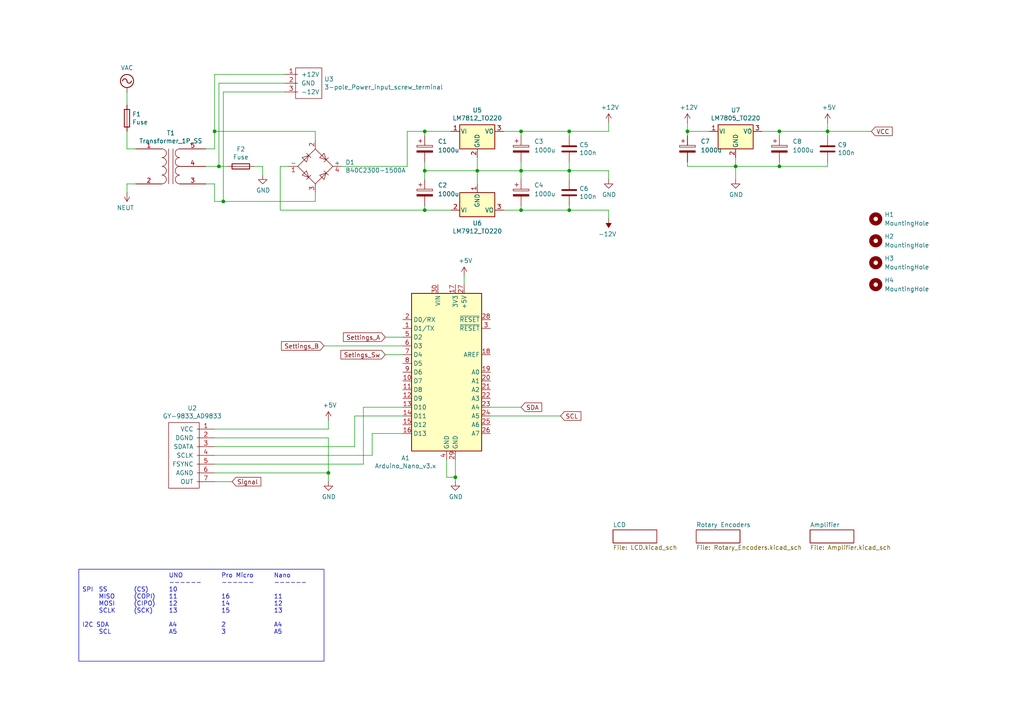
<source format=kicad_sch>
(kicad_sch (version 20231120) (generator "eeschema") (generator_version "8.0")
  (paper "A4")
  (title_block (title "ardWaveformGenerator") (date "2022-10-24") (rev "0.2"))
  (lib_symbols
    (symbol "Device:C" (pin_numbers hide) (pin_names (offset 0.254))
      (property "Reference" "C" (at 0.635 2.54 0))
      (property "Value" "C" (at 0.635 -2.54 0))
      (symbol "C_0_1"
        (polyline (pts (xy -2.032 -0.762) (xy 2.032 -0.762)) (stroke (width 0.508)))
        (polyline (pts (xy -2.032 0.762) (xy 2.032 0.762)) (stroke (width 0.508)))
      )
      (symbol "C_1_1"
        (pin passive line (at 0 3.81 270) (length 2.794) (name "~") (number "1"))
        (pin passive line (at 0 -3.81 90) (length 2.794) (name "~") (number "2"))
      )
    )
    (symbol "Device:C_Polarized" (pin_numbers hide) (pin_names (offset 0.254))
      (property "Reference" "C" (at 0.635 2.54 0))
      (property "Value" "C_Polarized" (at 0.635 -2.54 0))
      (symbol "C_Polarized_0_1"
        (rectangle (start -2.286 0.508) (end 2.286 1.016))
        (polyline (pts (xy -1.778 2.286) (xy -0.762 2.286)))
        (polyline (pts (xy -1.27 2.794) (xy -1.27 1.778)))
        (rectangle (start 2.286 -0.508) (end -2.286 -1.016) (fill (type outline)))
      )
      (symbol "C_Polarized_1_1"
        (pin passive line (at 0 3.81 270) (length 2.794) (name "~") (number "1"))
        (pin passive line (at 0 -3.81 90) (length 2.794) (name "~") (number "2"))
      )
    )
    (symbol "Device:Fuse" (pin_numbers hide) (pin_names (offset 0))
      (property "Reference" "F" (at 2.032 0 90))
      (property "Value" "Fuse" (at -1.905 0 90))
      (symbol "Fuse_0_1"
        (rectangle (start -0.762 -2.54) (end 0.762 2.54) (stroke (width 0.254)))
        (polyline (pts (xy 0 2.54) (xy 0 -2.54)))
      )
      (symbol "Fuse_1_1"
        (pin passive line (at 0 3.81 270) (length 1.27) (name "~") (number "1"))
        (pin passive line (at 0 -3.81 90) (length 1.27) (name "~") (number "2"))
      )
    )
    (symbol "Device:Transformer_1P_SS" (pin_names (offset 1.016) hide)
      (property "Reference" "T" (at 0 6.35 0))
      (property "Value" "Transformer_1P_SS" (at 0 -7.62 0))
      (symbol "Transformer_1P_SS_0_1"
        (arc (start -2.54 -5.0546) (mid -1.6599 -4.6901) (end -1.27 -3.81))
        (arc (start -2.54 -2.5146) (mid -1.6599 -2.1501) (end -1.27 -1.27))
        (arc (start -2.54 0.0254) (mid -1.6599 0.3899) (end -1.27 1.27))
        (arc (start -2.54 2.5654) (mid -1.6599 2.9299) (end -1.27 3.81))
        (arc (start -1.27 -3.81) (mid -1.642 -2.912) (end -2.54 -2.54))
        (arc (start -1.27 -1.27) (mid -1.642 -0.372) (end -2.54 0))
        (arc (start -1.27 1.27) (mid -1.642 2.168) (end -2.54 2.54))
        (arc (start -1.27 3.81) (mid -1.642 4.708) (end -2.54 5.08))
        (polyline (pts (xy -0.635 5.08) (xy -0.635 -5.08)))
        (polyline (pts (xy 0.635 -5.08) (xy 0.635 5.08)))
        (arc (start 1.2954 -1.27) (mid 1.6599 -2.1501) (end 2.54 -2.5146))
        (arc (start 1.2954 1.27) (mid 1.6599 0.3899) (end 2.54 0.0254))
        (arc (start 1.2954 3.81) (mid 1.6599 2.9299) (end 2.54 2.5654))
        (arc (start 1.3208 -3.81) (mid 1.6853 -4.6901) (end 2.5654 -5.0546))
        (arc (start 2.54 0) (mid 1.642 -0.372) (end 1.2954 -1.27))
        (arc (start 2.54 2.54) (mid 1.642 2.168) (end 1.2954 1.27))
        (arc (start 2.54 5.08) (mid 1.642 4.708) (end 1.2954 3.81))
        (arc (start 2.5654 -2.54) (mid 1.6674 -2.912) (end 1.3208 -3.81))
      )
      (symbol "Transformer_1P_SS_1_1"
        (pin passive line (at -10.16 5.08 0) (length 7.62) (name "AA") (number "1"))
        (pin passive line (at -10.16 -5.08 0) (length 7.62) (name "AB") (number "2"))
        (pin passive line (at 10.16 -5.08 180) (length 7.62) (name "SA") (number "3"))
        (pin passive line (at 10.16 0 180) (length 7.62) (name "SC") (number "4"))
        (pin passive line (at 10.16 5.08 180) (length 7.62) (name "SB") (number "5"))
      )
    )
    (symbol "Diode_Bridge:B40C2300-1500A" (pin_names (offset 0))
      (property "Reference" "D" (at 2.54 6.985 0))
      (property "Value" "B40C2300-1500A" (at 2.54 5.08 0))
      (symbol "B40C2300-1500A_0_1"
        (polyline (pts (xy -2.54 3.81) (xy -1.27 2.54)))
        (polyline (pts (xy -1.27 -2.54) (xy -2.54 -3.81)))
        (polyline (pts (xy 2.54 -1.27) (xy 3.81 -2.54)))
        (polyline (pts (xy 2.54 1.27) (xy 3.81 2.54)))
        (polyline (pts (xy -3.81 2.54) (xy -2.54 1.27) (xy -1.905 3.175) (xy -3.81 2.54)))
        (polyline (pts (xy -2.54 -1.27) (xy -3.81 -2.54) (xy -1.905 -3.175) (xy -2.54 -1.27)))
        (polyline (pts (xy 1.27 2.54) (xy 2.54 3.81) (xy 3.175 1.905) (xy 1.27 2.54)))
        (polyline (pts (xy 3.175 -1.905) (xy 1.27 -2.54) (xy 2.54 -3.81) (xy 3.175 -1.905)))
        (polyline (pts (xy -5.08 0) (xy 0 -5.08) (xy 5.08 0) (xy 0 5.08) (xy -5.08 0)))
      )
      (symbol "B40C2300-1500A_1_1"
        (pin passive line (at -7.62 0 0) (length 2.54) (name "-") (number "1"))
        (pin passive line (at 0 7.62 270) (length 2.54) (name "~") (number "2"))
        (pin passive line (at 0 -7.62 90) (length 2.54) (name "~") (number "3"))
        (pin passive line (at 7.62 0 180) (length 2.54) (name "+") (number "4"))
      )
    )
    (symbol "MCU_Module:Arduino_Nano_v3.x"
      (property "Reference" "A" (at -10.16 23.495 0))
      (property "Value" "Arduino_Nano_v3.x" (at 5.08 -24.13 0))
      (symbol "Arduino_Nano_v3.x_0_1"
        (rectangle (start -10.16 22.86) (end 10.16 -22.86) (stroke (width 0.254)) (fill (type background)))
      )
      (symbol "Arduino_Nano_v3.x_1_1"
        (pin bidirectional line (at -12.7 12.7 0) (length 2.54) (name "D1/TX") (number "1"))
        (pin bidirectional line (at -12.7 -2.54 0) (length 2.54) (name "D7") (number "10"))
        (pin bidirectional line (at -12.7 -5.08 0) (length 2.54) (name "D8") (number "11"))
        (pin bidirectional line (at -12.7 -7.62 0) (length 2.54) (name "D9") (number "12"))
        (pin bidirectional line (at -12.7 -10.16 0) (length 2.54) (name "D10") (number "13"))
        (pin bidirectional line (at -12.7 -12.7 0) (length 2.54) (name "D11") (number "14"))
        (pin bidirectional line (at -12.7 -15.24 0) (length 2.54) (name "D12") (number "15"))
        (pin bidirectional line (at -12.7 -17.78 0) (length 2.54) (name "D13") (number "16"))
        (pin power_out line (at 2.54 25.4 270) (length 2.54) (name "3V3") (number "17"))
        (pin input line (at 12.7 5.08 180) (length 2.54) (name "AREF") (number "18"))
        (pin bidirectional line (at 12.7 0 180) (length 2.54) (name "A0") (number "19"))
        (pin bidirectional line (at -12.7 15.24 0) (length 2.54) (name "D0/RX") (number "2"))
        (pin bidirectional line (at 12.7 -2.54 180) (length 2.54) (name "A1") (number "20"))
        (pin bidirectional line (at 12.7 -5.08 180) (length 2.54) (name "A2") (number "21"))
        (pin bidirectional line (at 12.7 -7.62 180) (length 2.54) (name "A3") (number "22"))
        (pin bidirectional line (at 12.7 -10.16 180) (length 2.54) (name "A4") (number "23"))
        (pin bidirectional line (at 12.7 -12.7 180) (length 2.54) (name "A5") (number "24"))
        (pin bidirectional line (at 12.7 -15.24 180) (length 2.54) (name "A6") (number "25"))
        (pin bidirectional line (at 12.7 -17.78 180) (length 2.54) (name "A7") (number "26"))
        (pin power_out line (at 5.08 25.4 270) (length 2.54) (name "+5V") (number "27"))
        (pin input line (at 12.7 15.24 180) (length 2.54) (name "~{RESET}") (number "28"))
        (pin power_in line (at 2.54 -25.4 90) (length 2.54) (name "GND") (number "29"))
        (pin input line (at 12.7 12.7 180) (length 2.54) (name "~{RESET}") (number "3"))
        (pin power_in line (at -2.54 25.4 270) (length 2.54) (name "VIN") (number "30"))
        (pin power_in line (at 0 -25.4 90) (length 2.54) (name "GND") (number "4"))
        (pin bidirectional line (at -12.7 10.16 0) (length 2.54) (name "D2") (number "5"))
        (pin bidirectional line (at -12.7 7.62 0) (length 2.54) (name "D3") (number "6"))
        (pin bidirectional line (at -12.7 5.08 0) (length 2.54) (name "D4") (number "7"))
        (pin bidirectional line (at -12.7 2.54 0) (length 2.54) (name "D5") (number "8"))
        (pin bidirectional line (at -12.7 0 0) (length 2.54) (name "D6") (number "9"))
      )
    )
    (symbol "Mechanical:MountingHole" (pin_names (offset 1.016)) (exclude_from_sim yes) (in_bom no)
      (property "Reference" "H" (at 0 5.08 0))
      (property "Value" "MountingHole" (at 0 3.175 0))
      (symbol "MountingHole_0_1"
        (circle (center 0 0) (radius 1.27) (stroke (width 1.27)))
      )
    )
    (symbol "My_Parts:3-pole_Power_input_screw_terminal" (pin_names (offset 1.016))
      (property "Reference" "U" (at 4.445 3.175 0))
      (property "Value" "3-pole_Power_input_screw_terminal" (at 6.35 -8.255 0))
      (symbol "3-pole_Power_input_screw_terminal_0_1"
        (rectangle (start 3.175 1.905) (end 10.795 -6.985))
      )
      (symbol "3-pole_Power_input_screw_terminal_1_1"
        (pin power_in line (at 0 0 0) (length 3.81) (name "+12V") (number "1"))
        (pin power_in line (at 0 -2.54 0) (length 3.81) (name "GND") (number "2"))
        (pin power_in line (at 0 -5.08 0) (length 3.81) (name "-12V") (number "3"))
      )
    )
    (symbol "My_Parts:GY-9833_AD9833" (pin_names (offset 1.016))
      (property "Reference" "U" (at 6.985 3.175 0))
      (property "Value" "GY-9833_AD9833" (at 9.525 -19.05 0))
      (symbol "GY-9833_AD9833_0_1"
        (rectangle (start 4.445 1.905) (end 13.335 -17.145))
      )
      (symbol "GY-9833_AD9833_1_1"
        (pin power_in line (at 0 0 0) (length 5.08) (name "VCC") (number "1"))
        (pin power_in line (at 0 -2.54 0) (length 5.08) (name "DGND") (number "2"))
        (pin output line (at 0 -5.08 0) (length 5.08) (name "SDATA") (number "3"))
        (pin output line (at 0 -7.62 0) (length 5.08) (name "SCLK") (number "4"))
        (pin output line (at 0 -10.16 0) (length 5.08) (name "FSYNC") (number "5"))
        (pin output line (at 0 -12.7 0) (length 5.08) (name "AGND") (number "6"))
        (pin output line (at 0 -15.24 0) (length 5.08) (name "OUT") (number "7"))
      )
    )
    (symbol "Regulator_Linear:LM7805_TO220" (pin_names (offset 0.254))
      (property "Reference" "U" (at -3.81 3.175 0))
      (property "Value" "LM7805_TO220" (at 0 3.175 0))
      (symbol "LM7805_TO220_0_1"
        (rectangle (start -5.08 1.905) (end 5.08 -5.08) (stroke (width 0.254)) (fill (type background)))
      )
      (symbol "LM7805_TO220_1_1"
        (pin power_in line (at -7.62 0 0) (length 2.54) (name "VI") (number "1"))
        (pin power_in line (at 0 -7.62 90) (length 2.54) (name "GND") (number "2"))
        (pin power_out line (at 7.62 0 180) (length 2.54) (name "VO") (number "3"))
      )
    )
    (symbol "Regulator_Linear:LM7812_TO220" (pin_names (offset 0.254))
      (property "Reference" "U" (at -3.81 3.175 0))
      (property "Value" "LM7812_TO220" (at 0 3.175 0))
      (symbol "LM7812_TO220_0_1"
        (rectangle (start -5.08 1.905) (end 5.08 -5.08) (stroke (width 0.254)) (fill (type background)))
      )
      (symbol "LM7812_TO220_1_1"
        (pin power_in line (at -7.62 0 0) (length 2.54) (name "VI") (number "1"))
        (pin power_in line (at 0 -7.62 90) (length 2.54) (name "GND") (number "2"))
        (pin power_out line (at 7.62 0 180) (length 2.54) (name "VO") (number "3"))
      )
    )
    (symbol "Regulator_Linear:LM7912_TO220" (pin_names (offset 0.254))
      (property "Reference" "U" (at -3.81 -3.175 0))
      (property "Value" "LM7912_TO220" (at 0 -3.175 0))
      (symbol "LM7912_TO220_0_1"
        (rectangle (start -5.08 5.08) (end 5.08 -1.905) (stroke (width 0.254)) (fill (type background)))
      )
      (symbol "LM7912_TO220_1_1"
        (pin power_in line (at 0 7.62 270) (length 2.54) (name "GND") (number "1"))
        (pin power_in line (at -7.62 0 0) (length 2.54) (name "VI") (number "2"))
        (pin power_out line (at 7.62 0 180) (length 2.54) (name "VO") (number "3"))
      )
    )
    (symbol "power:+12V" (power) (pin_numbers hide) (pin_names (offset 0) hide)
      (property "Value" "+12V" (at 0 3.556 0))
      (symbol "+12V_0_1"
        (polyline (pts (xy -0.762 1.27) (xy 0 2.54)))
        (polyline (pts (xy 0 0) (xy 0 2.54)))
        (polyline (pts (xy 0 2.54) (xy 0.762 1.27)))
      )
      (symbol "+12V_1_1"
        (pin power_in line (at 0 0 90) (length 0) (name "~") (number "1"))
      )
    )
    (symbol "power:+5V" (power) (pin_numbers hide) (pin_names (offset 0) hide)
      (property "Value" "+5V" (at 0 3.556 0))
      (symbol "+5V_0_1"
        (polyline (pts (xy -0.762 1.27) (xy 0 2.54)))
        (polyline (pts (xy 0 0) (xy 0 2.54)))
        (polyline (pts (xy 0 2.54) (xy 0.762 1.27)))
      )
      (symbol "+5V_1_1"
        (pin power_in line (at 0 0 90) (length 0) (name "~") (number "1"))
      )
    )
    (symbol "power:-12V" (power) (pin_numbers hide) (pin_names (offset 0) hide)
      (property "Value" "-12V" (at 0 3.556 0))
      (symbol "-12V_0_0"
        (pin power_in line (at 0 0 90) (length 0) (name "~") (number "1"))
      )
      (symbol "-12V_0_1"
        (polyline (pts (xy 0 0) (xy 0 1.27) (xy 0.762 1.27) (xy 0 2.54) (xy -0.762 1.27) (xy 0 1.27)) (fill (type outline)))
      )
    )
    (symbol "power:GND" (power) (pin_numbers hide) (pin_names (offset 0) hide)
      (property "Value" "GND" (at 0 -3.81 0))
      (symbol "GND_0_1"
        (polyline (pts (xy 0 0) (xy 0 -1.27) (xy 1.27 -1.27) (xy 0 -2.54) (xy -1.27 -1.27) (xy 0 -1.27)))
      )
      (symbol "GND_1_1"
        (pin power_in line (at 0 0 270) (length 0) (name "~") (number "1"))
      )
    )
    (symbol "power:NEUT" (power) (pin_numbers hide) (pin_names (offset 0) hide)
      (property "Value" "NEUT" (at 0 3.556 0))
      (symbol "NEUT_0_1"
        (polyline (pts (xy -0.762 1.27) (xy 0 2.54)))
        (polyline (pts (xy 0 0) (xy 0 2.54)))
        (polyline (pts (xy 0 2.54) (xy 0.762 1.27)))
      )
      (symbol "NEUT_1_1"
        (pin power_in line (at 0 0 90) (length 0) (name "~") (number "1"))
      )
    )
    (symbol "power:VAC" (power) (pin_numbers hide) (pin_names (offset 0) hide)
      (property "Value" "VAC" (at 0 6.35 0))
      (symbol "VAC_0_1"
        (polyline (pts (xy 0 0) (xy 0 1.27)))
        (arc (start 0 3.175) (mid -0.635 3.8073) (end -1.27 3.175) (stroke (width 0.254)))
        (arc (start 0 3.175) (mid 0.635 2.5427) (end 1.27 3.175) (stroke (width 0.254)))
        (circle (center 0 3.175) (radius 1.905) (stroke (width 0.254)))
      )
      (symbol "VAC_1_1"
        (pin power_in line (at 0 0 90) (length 0) (name "~") (number "1"))
      )
    )
  )
  (junction (at 95.25 137.16))
  (junction (at 199.39 38.1))
  (junction (at 226.06 38.1))
  (junction (at 151.13 49.53))
  (junction (at 138.43 49.53))
  (junction (at 151.13 60.96))
  (junction (at 226.06 48.26))
  (junction (at 123.19 60.96))
  (junction (at 151.13 38.1))
  (junction (at 240.03 38.1))
  (junction (at 64.77 58.42))
  (junction (at 123.19 49.53))
  (junction (at 165.1 60.96))
  (junction (at 165.1 49.53))
  (junction (at 63.5 48.26))
  (junction (at 123.19 38.1))
  (junction (at 165.1 38.1))
  (junction (at 62.23 38.1))
  (junction (at 132.08 138.43))
  (junction (at 213.36 48.26))
  (wire (pts (xy 151.13 38.1) (xy 165.1 38.1)))
  (wire (pts (xy 213.36 48.26) (xy 213.36 45.72)))
  (wire (pts (xy 132.08 138.43) (xy 132.08 139.7)))
  (wire (pts (xy 102.87 120.65) (xy 116.84 120.65)))
  (wire (pts (xy 62.23 38.1) (xy 62.23 21.59)))
  (wire (pts (xy 199.39 46.99) (xy 199.39 48.26)))
  (wire (pts (xy 91.44 58.42) (xy 91.44 55.88)))
  (wire (pts (xy 62.23 127) (xy 95.25 127)))
  (wire (pts (xy 226.06 38.1) (xy 240.03 38.1)))
  (wire (pts (xy 220.98 38.1) (xy 226.06 38.1)))
  (wire (pts (xy 165.1 49.53) (xy 165.1 52.07)))
  (wire (pts (xy 62.23 129.54) (xy 102.87 129.54)))
  (wire (pts (xy 240.03 38.1) (xy 240.03 39.37)))
  (wire (pts (xy 165.1 49.53) (xy 165.1 46.99)))
  (wire (pts (xy 93.98 100.33) (xy 116.84 100.33)))
  (wire (pts (xy 123.19 60.96) (xy 130.81 60.96)))
  (wire (pts (xy 62.23 38.1) (xy 91.44 38.1)))
  (wire (pts (xy 132.08 133.35) (xy 132.08 138.43)))
  (wire (pts (xy 162.56 120.65) (xy 142.24 120.65)))
  (wire (pts (xy 95.25 127) (xy 95.25 137.16)))
  (wire (pts (xy 107.95 125.73) (xy 116.84 125.73)))
  (wire (pts (xy 62.23 21.59) (xy 82.55 21.59)))
  (wire (pts (xy 213.36 48.26) (xy 213.36 52.07)))
  (wire (pts (xy 62.23 132.08) (xy 107.95 132.08)))
  (wire (pts (xy 63.5 48.26) (xy 63.5 24.13)))
  (wire (pts (xy 165.1 38.1) (xy 176.53 38.1)))
  (wire (pts (xy 62.23 58.42) (xy 64.77 58.42)))
  (wire (pts (xy 199.39 48.26) (xy 213.36 48.26)))
  (wire (pts (xy 123.19 52.07) (xy 123.19 49.53)))
  (wire (pts (xy 64.77 26.67) (xy 82.55 26.67)))
  (wire (pts (xy 62.23 43.18) (xy 62.23 38.1)))
  (wire (pts (xy 63.5 48.26) (xy 66.04 48.26)))
  (wire (pts (xy 165.1 49.53) (xy 176.53 49.53)))
  (wire (pts (xy 151.13 38.1) (xy 151.13 39.37)))
  (wire (pts (xy 123.19 49.53) (xy 138.43 49.53)))
  (wire (pts (xy 142.24 118.11) (xy 151.13 118.11)))
  (wire (pts (xy 151.13 60.96) (xy 165.1 60.96)))
  (wire (pts (xy 123.19 38.1) (xy 130.81 38.1)))
  (wire (pts (xy 62.23 139.7) (xy 67.31 139.7)))
  (wire (pts (xy 62.23 124.46) (xy 95.25 124.46)))
  (wire (pts (xy 176.53 60.96) (xy 176.53 63.5)))
  (wire (pts (xy 146.05 60.96) (xy 151.13 60.96)))
  (wire (pts (xy 146.05 38.1) (xy 151.13 38.1)))
  (wire (pts (xy 138.43 53.34) (xy 138.43 49.53)))
  (wire (pts (xy 91.44 38.1) (xy 91.44 40.64)))
  (wire (pts (xy 129.54 138.43) (xy 132.08 138.43)))
  (wire (pts (xy 240.03 48.26) (xy 240.03 46.99)))
  (wire (pts (xy 151.13 49.53) (xy 165.1 49.53)))
  (wire (pts (xy 199.39 38.1) (xy 199.39 39.37)))
  (wire (pts (xy 81.28 48.26) (xy 81.28 60.96)))
  (wire (pts (xy 111.76 97.79) (xy 116.84 97.79)))
  (wire (pts (xy 99.06 48.26) (xy 118.11 48.26)))
  (wire (pts (xy 151.13 49.53) (xy 151.13 46.99)))
  (wire (pts (xy 102.87 129.54) (xy 102.87 120.65)))
  (wire (pts (xy 151.13 60.96) (xy 151.13 59.69)))
  (wire (pts (xy 138.43 49.53) (xy 138.43 45.72)))
  (wire (pts (xy 62.23 134.62) (xy 105.41 134.62)))
  (wire (pts (xy 213.36 48.26) (xy 226.06 48.26)))
  (wire (pts (xy 199.39 35.56) (xy 199.39 38.1)))
  (wire (pts (xy 123.19 39.37) (xy 123.19 38.1)))
  (wire (pts (xy 176.53 49.53) (xy 176.53 52.07)))
  (wire (pts (xy 151.13 49.53) (xy 151.13 52.07)))
  (wire (pts (xy 165.1 60.96) (xy 165.1 59.69)))
  (wire (pts (xy 226.06 38.1) (xy 226.06 39.37)))
  (wire (pts (xy 205.74 38.1) (xy 199.39 38.1)))
  (wire (pts (xy 134.62 82.55) (xy 134.62 80.01)))
  (wire (pts (xy 73.66 48.26) (xy 76.2 48.26)))
  (wire (pts (xy 226.06 48.26) (xy 226.06 46.99)))
  (wire (pts (xy 39.37 53.34) (xy 36.83 53.34)))
  (wire (pts (xy 123.19 59.69) (xy 123.19 60.96)))
  (wire (pts (xy 62.23 53.34) (xy 62.23 58.42)))
  (wire (pts (xy 36.83 30.48) (xy 36.83 26.67)))
  (wire (pts (xy 105.41 118.11) (xy 116.84 118.11)))
  (wire (pts (xy 176.53 38.1) (xy 176.53 35.56)))
  (wire (pts (xy 64.77 58.42) (xy 64.77 26.67)))
  (wire (pts (xy 118.11 48.26) (xy 118.11 38.1)))
  (wire (pts (xy 81.28 60.96) (xy 123.19 60.96)))
  (wire (pts (xy 63.5 24.13) (xy 82.55 24.13)))
  (wire (pts (xy 240.03 38.1) (xy 252.73 38.1)))
  (wire (pts (xy 59.69 43.18) (xy 62.23 43.18)))
  (wire (pts (xy 240.03 35.56) (xy 240.03 38.1)))
  (wire (pts (xy 123.19 49.53) (xy 123.19 46.99)))
  (wire (pts (xy 83.82 48.26) (xy 81.28 48.26)))
  (wire (pts (xy 226.06 48.26) (xy 240.03 48.26)))
  (wire (pts (xy 165.1 60.96) (xy 176.53 60.96)))
  (wire (pts (xy 62.23 137.16) (xy 95.25 137.16)))
  (wire (pts (xy 118.11 38.1) (xy 123.19 38.1)))
  (wire (pts (xy 39.37 43.18) (xy 36.83 43.18)))
  (wire (pts (xy 129.54 133.35) (xy 129.54 138.43)))
  (wire (pts (xy 64.77 58.42) (xy 91.44 58.42)))
  (wire (pts (xy 36.83 43.18) (xy 36.83 38.1)))
  (wire (pts (xy 165.1 38.1) (xy 165.1 39.37)))
  (wire (pts (xy 76.2 48.26) (xy 76.2 50.8)))
  (wire (pts (xy 105.41 134.62) (xy 105.41 118.11)))
  (wire (pts (xy 95.25 137.16) (xy 95.25 139.7)))
  (wire (pts (xy 95.25 124.46) (xy 95.25 121.92)))
  (wire (pts (xy 138.43 49.53) (xy 151.13 49.53)))
  (wire (pts (xy 59.69 48.26) (xy 63.5 48.26)))
  (wire (pts (xy 36.83 53.34) (xy 36.83 55.88)))
  (wire (pts (xy 59.69 53.34) (xy 62.23 53.34)))
  (wire (pts (xy 111.76 102.87) (xy 116.84 102.87)))
  (wire (pts (xy 107.95 132.08) (xy 107.95 125.73)))
  (text_box "					UNO			Pro Micro	Nano\n					------		------		------\nSPI	SS		(CS)	10			\n	MISO	(COPI)	11			16			11\n	MOSI	(CIPO)	12			14			12\n	SCLK	(SCK)	13			15			13\n\nI2C SDA				A4			2			A4\n	SCL				A5			3			A5" (at 22.86 165.1 0) (size 71.12 26.67) (effects (font (size 1.27 1.27)) (justify left top)))
  (global_label "Settings_B" (shape input) (at 93.98 100.33 180) (property "Intersheetrefs" "${INTERSHEET_REFS}" (effects (hide yes))))
  (global_label "SDA" (shape input) (at 151.13 118.11 0) (property "Intersheetrefs" "${INTERSHEET_REFS}" (effects (hide yes))))
  (global_label "Settings_A" (shape input) (at 111.76 97.79 180) (property "Intersheetrefs" "${INTERSHEET_REFS}" (effects (hide yes))))
  (global_label "Setings_Sw" (shape input) (at 111.76 102.87 180) (property "Intersheetrefs" "${INTERSHEET_REFS}" (effects (hide yes))))
  (global_label "SCL" (shape input) (at 162.56 120.65 0) (property "Intersheetrefs" "${INTERSHEET_REFS}" (effects (hide yes))))
  (global_label "VCC" (shape input) (at 252.73 38.1 0) (property "Intersheetrefs" "${INTERSHEET_REFS}" (effects (hide yes))))
  (global_label "Signal" (shape input) (at 67.31 139.7 0) (property "Intersheetrefs" "${INTERSHEET_REFS}" (effects (hide yes))))
  (symbol (lib_id "Device:Transformer_1P_SS") (at 49.53 48.26 0) (unit 1)
    (property "Reference" "T1" (at 49.53 38.5826 0))
    (property "Value" "Transformer_1P_SS" (at 49.53 40.894 0))
    (property "Description" "Transformer, single primary, split secondary" (effects (hide yes)))
  )
  (symbol (lib_id "Diode_Bridge:B40C2300-1500A") (at 91.44 48.26 0) (unit 1)
    (property "Reference" "D1" (at 100.1776 47.0916 0) (effects (justify left)))
    (property "Value" "B40C2300-1500A" (at 100.1776 49.403 0) (effects (justify left)))
    (property "Footprint" "Diode_THT:Diode_Bridge_19.0x3.5x10.0mm_P5.0mm" (effects (hide yes)))
    (property "Datasheet" "https://diotec.com/tl_files/diotec/files/pdf/datasheets/b40c2300.pdf" (effects (hide yes)))
    (property "Description" "Silicon Bridge Rectifier, 40V Vrms, 1.5A If, pins=-AA+, SIL-package" (effects (hide yes)))
  )
  (symbol (lib_id "Device:Fuse") (at 69.85 48.26 270) (unit 1)
    (property "Reference" "F2" (at 69.85 43.2562 90))
    (property "Value" "Fuse" (at 69.85 45.5676 90))
    (property "Footprint" "My_Headers:2-pin_Fuse_header_large" (effects (hide yes)))
    (property "Description" "Fuse" (effects (hide yes)))
  )
  (symbol (lib_id "Device:Fuse") (at 36.83 34.29 0) (unit 1)
    (property "Reference" "F1" (at 38.354 33.1216 0) (effects (justify left)))
    (property "Value" "Fuse" (at 38.354 35.433 0) (effects (justify left)))
    (property "Description" "Fuse" (effects (hide yes)))
  )
  (symbol (lib_id "Regulator_Linear:LM7812_TO220") (at 138.43 38.1 0) (unit 1)
    (property "Reference" "U5" (at 138.43 31.9532 0))
    (property "Value" "LM7812_TO220" (at 138.43 34.2646 0))
    (property "Footprint" "Package_TO_SOT_THT:TO-220-3_Vertical" (effects (hide yes)))
    (property "Datasheet" "https://www.onsemi.cn/PowerSolutions/document/MC7800-D.PDF" (effects (hide yes)))
    (property "Description" "Positive 1A 35V Linear Regulator, Fixed Output 12V, TO-220" (effects (hide yes)))
  )
  (symbol (lib_id "Regulator_Linear:LM7912_TO220") (at 138.43 60.96 0) (unit 1)
    (property "Reference" "U6" (at 138.43 64.7446 0))
    (property "Value" "LM7912_TO220" (at 138.43 67.056 0))
    (property "Footprint" "Package_TO_SOT_THT:TO-220-3_Vertical" (effects (hide yes)))
    (property "Datasheet" "hhttps://www.onsemi.com/pub/Collateral/MC7900-D.PDF" (effects (hide yes)))
    (property "Description" "Negative 1A 35V Linear Regulator, Fixed Output 12V, TO-220" (effects (hide yes)))
  )
  (symbol (lib_id "Device:C") (at 165.1 43.18 0) (unit 1)
    (property "Reference" "C5" (at 168.021 42.0116 0) (effects (justify left)))
    (property "Value" "100n" (at 168.021 44.323 0) (effects (justify left)))
    (property "Footprint" "My_Misc:C_Rect_L7.0mm_W3.5mm_P5.00mm_larger" (effects (hide yes)))
    (property "Description" "Unpolarized capacitor" (effects (hide yes)))
  )
  (symbol (lib_id "Device:C") (at 165.1 55.88 0) (unit 1)
    (property "Reference" "C6" (at 168.021 54.7116 0) (effects (justify left)))
    (property "Value" "100n" (at 168.021 57.023 0) (effects (justify left)))
    (property "Footprint" "My_Misc:C_Rect_L7.0mm_W3.5mm_P5.00mm_larger" (effects (hide yes)))
    (property "Description" "Unpolarized capacitor" (effects (hide yes)))
  )
  (symbol (lib_id "Regulator_Linear:LM7805_TO220") (at 213.36 38.1 0) (unit 1)
    (property "Reference" "U7" (at 213.36 31.9532 0))
    (property "Value" "LM7805_TO220" (at 213.36 34.2646 0))
    (property "Footprint" "Package_TO_SOT_THT:TO-220-3_Vertical" (effects (hide yes)))
    (property "Datasheet" "https://www.onsemi.cn/PowerSolutions/document/MC7800-D.PDF" (effects (hide yes)))
    (property "Description" "Positive 1A 35V Linear Regulator, Fixed Output 5V, TO-220" (effects (hide yes)))
  )
  (symbol (lib_id "Device:C") (at 240.03 43.18 0) (unit 1)
    (property "Reference" "C9" (at 242.951 42.0116 0) (effects (justify left)))
    (property "Value" "100n" (at 242.951 44.323 0) (effects (justify left)))
    (property "Footprint" "My_Misc:C_Rect_L7.0mm_W3.5mm_P5.00mm_larger" (effects (hide yes)))
    (property "Description" "Unpolarized capacitor" (effects (hide yes)))
  )
  (symbol (lib_id "power:+12V") (at 176.53 35.56 0) (unit 1)
    (property "Reference" "#PWR016" (effects (hide yes)))
    (property "Value" "+12V" (at 176.911 31.1658 0))
    (property "Description" "Power symbol creates a global label with name \"+12V\"" (effects (hide yes)))
  )
  (symbol (lib_id "power:-12V") (at 176.53 63.5 180) (unit 1)
    (property "Reference" "#PWR018" (effects (hide yes)))
    (property "Value" "-12V" (at 176.149 67.8942 0))
    (property "Description" "Power symbol creates a global label with name \"-12V\"" (effects (hide yes)))
  )
  (symbol (lib_id "power:+12V") (at 199.39 35.56 0) (unit 1)
    (property "Reference" "#PWR020" (effects (hide yes)))
    (property "Value" "+12V" (at 199.771 31.1658 0))
    (property "Description" "Power symbol creates a global label with name \"+12V\"" (effects (hide yes)))
  )
  (symbol (lib_id "power:+5V") (at 240.03 35.56 0) (unit 1)
    (property "Reference" "#PWR022" (effects (hide yes)))
    (property "Value" "+5V" (at 240.411 31.1658 0))
    (property "Description" "Power symbol creates a global label with name \"+5V\"" (effects (hide yes)))
  )
  (symbol (lib_id "power:VAC") (at 36.83 26.67 0) (unit 1)
    (property "Reference" "#PWR01" (effects (hide yes)))
    (property "Value" "VAC" (at 36.83 19.685 0))
    (property "Description" "Power symbol creates a global label with name \"VAC\"" (effects (hide yes)))
  )
  (symbol (lib_id "power:NEUT") (at 36.83 55.88 180) (unit 1)
    (property "Reference" "#PWR02" (effects (hide yes)))
    (property "Value" "NEUT" (at 36.3728 60.2742 0))
    (property "Description" "Power symbol creates a global label with name \"NEUT\"" (effects (hide yes)))
  )
  (symbol (lib_id "power:GND") (at 76.2 50.8 0) (unit 1)
    (property "Reference" "#PWR03" (effects (hide yes)))
    (property "Value" "GND" (at 76.327 55.1942 0))
    (property "Description" "Power symbol creates a global label with name \"GND\" , ground" (effects (hide yes)))
  )
  (symbol (lib_id "power:GND") (at 176.53 52.07 0) (unit 1)
    (property "Reference" "#PWR017" (effects (hide yes)))
    (property "Value" "GND" (at 176.657 56.4642 0))
    (property "Description" "Power symbol creates a global label with name \"GND\" , ground" (effects (hide yes)))
  )
  (symbol (lib_id "power:GND") (at 213.36 52.07 0) (unit 1)
    (property "Reference" "#PWR021" (effects (hide yes)))
    (property "Value" "GND" (at 213.487 56.4642 0))
    (property "Description" "Power symbol creates a global label with name \"GND\" , ground" (effects (hide yes)))
  )
  (symbol (lib_id "power:GND") (at 132.08 139.7 0) (unit 1)
    (property "Reference" "#PWR013" (effects (hide yes)))
    (property "Value" "GND" (at 132.207 144.0942 0))
    (property "Description" "Power symbol creates a global label with name \"GND\" , ground" (effects (hide yes)))
  )
  (symbol (lib_id "power:GND") (at 95.25 139.7 0) (unit 1)
    (property "Reference" "#PWR07" (effects (hide yes)))
    (property "Value" "GND" (at 95.377 144.0942 0))
    (property "Description" "Power symbol creates a global label with name \"GND\" , ground" (effects (hide yes)))
  )
  (symbol (lib_id "power:+5V") (at 95.25 121.92 0) (unit 1)
    (property "Reference" "#PWR06" (effects (hide yes)))
    (property "Value" "+5V" (at 95.631 117.5258 0))
    (property "Description" "Power symbol creates a global label with name \"+5V\"" (effects (hide yes)))
  )
  (symbol (lib_id "My_Parts:GY-9833_AD9833") (at 62.23 124.46 0) (mirror y) (unit 1)
    (property "Reference" "U2" (at 55.753 118.364 0))
    (property "Value" "GY-9833_AD9833" (at 55.753 120.6754 0))
    (property "Footprint" "My_Parts:GY-9833_AD9833_w_header_large" (effects (hide yes)))
  )
  (symbol (lib_id "MCU_Module:Arduino_Nano_v3.x") (at 129.54 107.95 0) (unit 1)
    (property "Reference" "A1" (at 117.602 132.842 0))
    (property "Value" "Arduino_Nano_v3.x" (at 117.602 135.1534 0))
    (property "Footprint" "Module:Arduino_Nano" (effects (hide yes)))
    (property "Datasheet" "http://www.mouser.com/pdfdocs/Gravitech_Arduino_Nano3_0.pdf" (effects (hide yes)))
    (property "Description" "Arduino Nano v3.x" (effects (hide yes)))
  )
  (symbol (lib_id "My_Parts:3-pole_Power_input_screw_terminal") (at 82.55 21.59 0) (unit 1)
    (property "Reference" "U3" (at 94.0308 22.9616 0) (effects (justify left)))
    (property "Value" "3-pole_Power_input_screw_terminal" (at 94.0308 25.273 0) (effects (justify left)))
    (property "Footprint" "My_Parts:3-pole_screw_terminal_+12V,-12V_input" (effects (hide yes)))
  )
  (symbol (lib_id "Mechanical:MountingHole") (at 254 76.2 0) (unit 1)
    (property "Reference" "H3" (at 256.54 74.9299 0) (effects (justify left)))
    (property "Value" "MountingHole" (at 256.54 77.4699 0) (effects (justify left)))
    (property "Footprint" "MountingHole:MountingHole_3.2mm_M3" (effects (hide yes)))
    (property "Description" "Mounting Hole without connection" (effects (hide yes)))
  )
  (symbol (lib_id "power:+5V") (at 134.62 80.01 0) (unit 1)
    (property "Reference" "#PWR012" (effects (hide yes)))
    (property "Value" "+5V" (at 135.001 75.6158 0))
    (property "Description" "Power symbol creates a global label with name \"+5V\"" (effects (hide yes)))
  )
  (symbol (lib_id "Device:C_Polarized") (at 151.13 55.88 0) (unit 1)
    (property "Reference" "C4" (at 154.94 53.7209 0) (effects (justify left)))
    (property "Value" "1000u" (at 154.94 56.2609 0) (effects (justify left)))
    (property "Footprint" "My_Misc:CP_Radial_D10.0mm_P5.00mm_larger" (effects (hide yes)))
    (property "Description" "Polarized capacitor" (effects (hide yes)))
  )
  (symbol (lib_id "Device:C_Polarized") (at 226.06 43.18 0) (unit 1)
    (property "Reference" "C8" (at 229.87 41.0209 0) (effects (justify left)))
    (property "Value" "1000u" (at 229.87 43.5609 0) (effects (justify left)))
    (property "Footprint" "My_Misc:CP_Radial_D10.0mm_P5.00mm_larger" (effects (hide yes)))
    (property "Description" "Polarized capacitor" (effects (hide yes)))
  )
  (symbol (lib_id "Mechanical:MountingHole") (at 254 69.85 0) (unit 1)
    (property "Reference" "H2" (at 256.54 68.5799 0) (effects (justify left)))
    (property "Value" "MountingHole" (at 256.54 71.1199 0) (effects (justify left)))
    (property "Footprint" "MountingHole:MountingHole_3.2mm_M3" (effects (hide yes)))
    (property "Description" "Mounting Hole without connection" (effects (hide yes)))
  )
  (symbol (lib_id "Device:C_Polarized") (at 123.19 43.18 0) (unit 1)
    (property "Reference" "C1" (at 127 41.0209 0) (effects (justify left)))
    (property "Value" "1000u" (at 127 43.5609 0) (effects (justify left)))
    (property "Footprint" "My_Misc:CP_Radial_D10.0mm_P5.00mm_larger" (effects (hide yes)))
    (property "Description" "Polarized capacitor" (effects (hide yes)))
  )
  (symbol (lib_id "Mechanical:MountingHole") (at 254 82.55 0) (unit 1)
    (property "Reference" "H4" (at 256.54 81.2799 0) (effects (justify left)))
    (property "Value" "MountingHole" (at 256.54 83.8199 0) (effects (justify left)))
    (property "Footprint" "MountingHole:MountingHole_3.2mm_M3" (effects (hide yes)))
    (property "Description" "Mounting Hole without connection" (effects (hide yes)))
  )
  (symbol (lib_id "Device:C_Polarized") (at 123.19 55.88 0) (unit 1)
    (property "Reference" "C2" (at 127 53.7209 0) (effects (justify left)))
    (property "Value" "1000u" (at 127 56.2609 0) (effects (justify left)))
    (property "Footprint" "My_Misc:CP_Radial_D10.0mm_P5.00mm_larger" (effects (hide yes)))
    (property "Description" "Polarized capacitor" (effects (hide yes)))
  )
  (symbol (lib_id "Device:C_Polarized") (at 199.39 43.18 0) (unit 1)
    (property "Reference" "C7" (at 203.2 41.0209 0) (effects (justify left)))
    (property "Value" "1000u" (at 203.2 43.5609 0) (effects (justify left)))
    (property "Footprint" "My_Misc:CP_Radial_D10.0mm_P5.00mm_larger" (effects (hide yes)))
    (property "Description" "Polarized capacitor" (effects (hide yes)))
  )
  (symbol (lib_id "Device:C_Polarized") (at 151.13 43.18 0) (unit 1)
    (property "Reference" "C3" (at 154.94 41.0209 0) (effects (justify left)))
    (property "Value" "1000u" (at 154.94 43.5609 0) (effects (justify left)))
    (property "Footprint" "My_Misc:CP_Radial_D10.0mm_P5.00mm_larger" (effects (hide yes)))
    (property "Description" "Polarized capacitor" (effects (hide yes)))
  )
  (symbol (lib_id "Mechanical:MountingHole") (at 254 63.5 0) (unit 1)
    (property "Reference" "H1" (at 256.54 62.2299 0) (effects (justify left)))
    (property "Value" "MountingHole" (at 256.54 64.7699 0) (effects (justify left)))
    (property "Footprint" "MountingHole:MountingHole_3.2mm_M3" (effects (hide yes)))
    (property "Description" "Mounting Hole without connection" (effects (hide yes)))
  )
  (sheet (at 177.8 153.67) (size 12.7 3.81) (stroke (width 0.1524))
    (property "Sheetname" "LCD" (at 177.8 152.9584 0) (effects (justify left bottom)))
    (property "Sheetfile" "LCD.kicad_sch" (at 177.8 158.0646 0) (effects (justify left top)))
  )
  (sheet (at 234.95 153.67) (size 12.7 3.81) (stroke (width 0.1524))
    (property "Sheetname" "Amplifier" (at 234.95 152.9584 0) (effects (justify left bottom)))
    (property "Sheetfile" "Amplifier.kicad_sch" (at 234.95 158.0646 0) (effects (justify left top)))
  )
  (sheet (at 201.93 153.67) (size 12.7 3.81) (stroke (width 0.1524))
    (property "Sheetname" "Rotary Encoders" (at 201.93 152.9584 0) (effects (justify left bottom)))
    (property "Sheetfile" "Rotary_Encoders.kicad_sch" (at 201.93 158.0646 0) (effects (justify left top)))
  )
)
</source>
